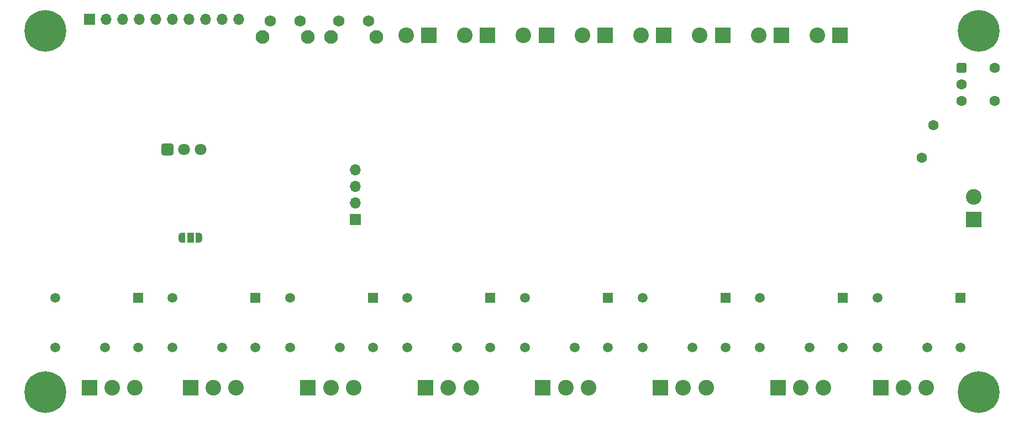
<source format=gbr>
%TF.GenerationSoftware,KiCad,Pcbnew,(6.0.0-0)*%
%TF.CreationDate,2022-04-07T23:04:40-05:00*%
%TF.ProjectId,ESP32RelaySwitcher,45535033-3252-4656-9c61-795377697463,rev?*%
%TF.SameCoordinates,Original*%
%TF.FileFunction,Soldermask,Bot*%
%TF.FilePolarity,Negative*%
%FSLAX46Y46*%
G04 Gerber Fmt 4.6, Leading zero omitted, Abs format (unit mm)*
G04 Created by KiCad (PCBNEW (6.0.0-0)) date 2022-04-07 23:04:40*
%MOMM*%
%LPD*%
G01*
G04 APERTURE LIST*
G04 Aperture macros list*
%AMRoundRect*
0 Rectangle with rounded corners*
0 $1 Rounding radius*
0 $2 $3 $4 $5 $6 $7 $8 $9 X,Y pos of 4 corners*
0 Add a 4 corners polygon primitive as box body*
4,1,4,$2,$3,$4,$5,$6,$7,$8,$9,$2,$3,0*
0 Add four circle primitives for the rounded corners*
1,1,$1+$1,$2,$3*
1,1,$1+$1,$4,$5*
1,1,$1+$1,$6,$7*
1,1,$1+$1,$8,$9*
0 Add four rect primitives between the rounded corners*
20,1,$1+$1,$2,$3,$4,$5,0*
20,1,$1+$1,$4,$5,$6,$7,0*
20,1,$1+$1,$6,$7,$8,$9,0*
20,1,$1+$1,$8,$9,$2,$3,0*%
%AMFreePoly0*
4,1,22,0.550000,-0.750000,0.000000,-0.750000,0.000000,-0.745033,-0.079941,-0.743568,-0.215256,-0.701293,-0.333266,-0.622738,-0.424486,-0.514219,-0.481581,-0.384460,-0.499164,-0.250000,-0.500000,-0.250000,-0.500000,0.250000,-0.499164,0.250000,-0.499963,0.256109,-0.478152,0.396186,-0.417904,0.524511,-0.324060,0.630769,-0.204165,0.706417,-0.067858,0.745374,0.000000,0.744959,0.000000,0.750000,
0.550000,0.750000,0.550000,-0.750000,0.550000,-0.750000,$1*%
%AMFreePoly1*
4,1,20,0.000000,0.744959,0.073905,0.744508,0.209726,0.703889,0.328688,0.626782,0.421226,0.519385,0.479903,0.390333,0.500000,0.250000,0.500000,-0.250000,0.499851,-0.262216,0.476331,-0.402017,0.414519,-0.529596,0.319384,-0.634700,0.198574,-0.708877,0.061801,-0.746166,0.000000,-0.745033,0.000000,-0.750000,-0.550000,-0.750000,-0.550000,0.750000,0.000000,0.750000,0.000000,0.744959,
0.000000,0.744959,$1*%
G04 Aperture macros list end*
%ADD10R,2.400000X2.400000*%
%ADD11C,2.400000*%
%ADD12R,1.501140X1.501140*%
%ADD13C,1.501140*%
%ADD14C,0.800000*%
%ADD15C,6.400000*%
%ADD16C,1.600000*%
%ADD17RoundRect,0.400000X0.400000X0.400000X-0.400000X0.400000X-0.400000X-0.400000X0.400000X-0.400000X0*%
%ADD18C,2.100000*%
%ADD19C,1.750000*%
%ADD20R,1.700000X1.700000*%
%ADD21O,1.700000X1.700000*%
%ADD22RoundRect,0.250200X-0.649800X-0.649800X0.649800X-0.649800X0.649800X0.649800X-0.649800X0.649800X0*%
%ADD23C,1.800000*%
%ADD24FreePoly0,180.000000*%
%ADD25R,1.000000X1.500000*%
%ADD26FreePoly1,180.000000*%
G04 APERTURE END LIST*
D10*
%TO.C,J9*%
X200500000Y-119776777D03*
D11*
X204000000Y-119776777D03*
X207500000Y-119776777D03*
%TD*%
D12*
%TO.C,K8*%
X212714044Y-105988111D03*
D13*
X200014044Y-105988111D03*
X200014044Y-113608111D03*
X207634044Y-113608111D03*
X212714044Y-113608111D03*
%TD*%
D10*
%TO.C,J13*%
X158289044Y-65717041D03*
D11*
X154789044Y-65717041D03*
%TD*%
D12*
%TO.C,K3*%
X122714044Y-105988111D03*
D13*
X110014044Y-105988111D03*
X110014044Y-113608111D03*
X117634044Y-113608111D03*
X122714044Y-113608111D03*
%TD*%
D10*
%TO.C,J17*%
X194289044Y-65717041D03*
D11*
X190789044Y-65717041D03*
%TD*%
D14*
%TO.C,H1*%
X70114044Y-120488111D03*
X74211100Y-122185167D03*
X70816988Y-122185167D03*
X70816988Y-118791055D03*
D15*
X72514044Y-120488111D03*
D14*
X72514044Y-122888111D03*
X72514044Y-118088111D03*
X74914044Y-120488111D03*
X74211100Y-118791055D03*
%TD*%
D16*
%TO.C,SW1*%
X217977967Y-75807041D03*
X217977967Y-70727041D03*
D17*
X212897967Y-70727041D03*
D16*
X212897967Y-73267041D03*
X212897967Y-75807041D03*
%TD*%
D10*
%TO.C,J11*%
X140289044Y-65717041D03*
D11*
X136789044Y-65717041D03*
%TD*%
D10*
%TO.C,J14*%
X167289044Y-65717041D03*
D11*
X163789044Y-65717041D03*
%TD*%
D10*
%TO.C,J3*%
X94750000Y-119787644D03*
D11*
X98250000Y-119787644D03*
X101750000Y-119787644D03*
%TD*%
D14*
%TO.C,H3*%
X217887610Y-65017041D03*
X215487610Y-62617041D03*
D15*
X215487610Y-65017041D03*
D14*
X213087610Y-65017041D03*
X213790554Y-63319985D03*
X213790554Y-66714097D03*
X217184666Y-63319985D03*
X217184666Y-66714097D03*
X215487610Y-67417041D03*
%TD*%
D10*
%TO.C,J4*%
X112755581Y-119788111D03*
D11*
X116255581Y-119788111D03*
X119755581Y-119788111D03*
%TD*%
D12*
%TO.C,K1*%
X86714044Y-105988111D03*
D13*
X74014044Y-105988111D03*
X74014044Y-113608111D03*
X81634044Y-113608111D03*
X86714044Y-113608111D03*
%TD*%
D18*
%TO.C,SW2*%
X123274044Y-65969541D03*
X116264044Y-65969541D03*
D19*
X117514044Y-63479541D03*
X122014044Y-63479541D03*
%TD*%
D10*
%TO.C,J12*%
X149289044Y-65717041D03*
D11*
X145789044Y-65717041D03*
%TD*%
D14*
%TO.C,H4*%
X72514044Y-62617041D03*
X70816988Y-66714097D03*
D15*
X72514044Y-65017041D03*
D14*
X70816988Y-63319985D03*
X74211100Y-66714097D03*
X72514044Y-67417041D03*
X74914044Y-65017041D03*
X70114044Y-65017041D03*
X74211100Y-63319985D03*
%TD*%
%TO.C,H2*%
X215487610Y-122888111D03*
X217887610Y-120488111D03*
X217184666Y-118791055D03*
X215487610Y-118088111D03*
X213790554Y-122185167D03*
X213790554Y-118791055D03*
X217184666Y-122185167D03*
X213087610Y-120488111D03*
D15*
X215487610Y-120488111D03*
%TD*%
D10*
%TO.C,J6*%
X148750360Y-119788111D03*
D11*
X152250360Y-119788111D03*
X155750360Y-119788111D03*
%TD*%
D10*
%TO.C,J7*%
X166760800Y-119788111D03*
D11*
X170260800Y-119788111D03*
X173760800Y-119788111D03*
%TD*%
D20*
%TO.C,J18*%
X79264044Y-63267041D03*
D21*
X81804044Y-63267041D03*
X84344044Y-63267041D03*
X86884044Y-63267041D03*
X89424044Y-63267041D03*
X91964044Y-63267041D03*
X94504044Y-63267041D03*
X97044044Y-63267041D03*
X99584044Y-63267041D03*
X102124044Y-63267041D03*
%TD*%
D12*
%TO.C,K7*%
X194714044Y-105988111D03*
D13*
X182014044Y-105988111D03*
X182014044Y-113608111D03*
X189634044Y-113608111D03*
X194714044Y-113608111D03*
%TD*%
D18*
%TO.C,SW3*%
X105764044Y-65969541D03*
X112774044Y-65969541D03*
D19*
X107014044Y-63479541D03*
X111514044Y-63479541D03*
%TD*%
D12*
%TO.C,K6*%
X176714044Y-105988111D03*
D13*
X164014044Y-105988111D03*
X164014044Y-113608111D03*
X171634044Y-113608111D03*
X176714044Y-113608111D03*
%TD*%
D16*
%TO.C,RV1*%
X208618183Y-79517041D03*
X206818183Y-84517041D03*
%TD*%
D10*
%TO.C,J8*%
X184759891Y-119788111D03*
D11*
X188259891Y-119788111D03*
X191759891Y-119788111D03*
%TD*%
D10*
%TO.C,J15*%
X176289044Y-65717041D03*
D11*
X172789044Y-65717041D03*
%TD*%
D22*
%TO.C,U5*%
X91210000Y-83225000D03*
D23*
X93750000Y-83225000D03*
X96290000Y-83225000D03*
%TD*%
D10*
%TO.C,J1*%
X214787967Y-94017041D03*
D11*
X214787967Y-90517041D03*
%TD*%
D10*
%TO.C,J5*%
X130759401Y-119788111D03*
D11*
X134259401Y-119788111D03*
X137759401Y-119788111D03*
%TD*%
D12*
%TO.C,K4*%
X140714044Y-105988111D03*
D13*
X128014044Y-105988111D03*
X128014044Y-113608111D03*
X135634044Y-113608111D03*
X140714044Y-113608111D03*
%TD*%
D10*
%TO.C,J16*%
X185289044Y-65717041D03*
D11*
X181789044Y-65717041D03*
%TD*%
D12*
%TO.C,K5*%
X158714044Y-105988111D03*
D13*
X146014044Y-105988111D03*
X146014044Y-113608111D03*
X153634044Y-113608111D03*
X158714044Y-113608111D03*
%TD*%
D10*
%TO.C,J2*%
X79264044Y-119788111D03*
D11*
X82764044Y-119788111D03*
X86264044Y-119788111D03*
%TD*%
D10*
%TO.C,J10*%
X131289044Y-65717041D03*
D11*
X127789044Y-65717041D03*
%TD*%
D12*
%TO.C,K2*%
X104714044Y-105988111D03*
D13*
X92014044Y-105988111D03*
X92014044Y-113608111D03*
X99634044Y-113608111D03*
X104714044Y-113608111D03*
%TD*%
D20*
%TO.C,U3*%
X120000000Y-94017041D03*
D21*
X120000000Y-91477041D03*
X120000000Y-88937041D03*
X120000000Y-86397041D03*
%TD*%
D24*
%TO.C,JP2*%
X96050000Y-96750000D03*
D25*
X94750000Y-96750000D03*
D26*
X93450000Y-96750000D03*
%TD*%
M02*

</source>
